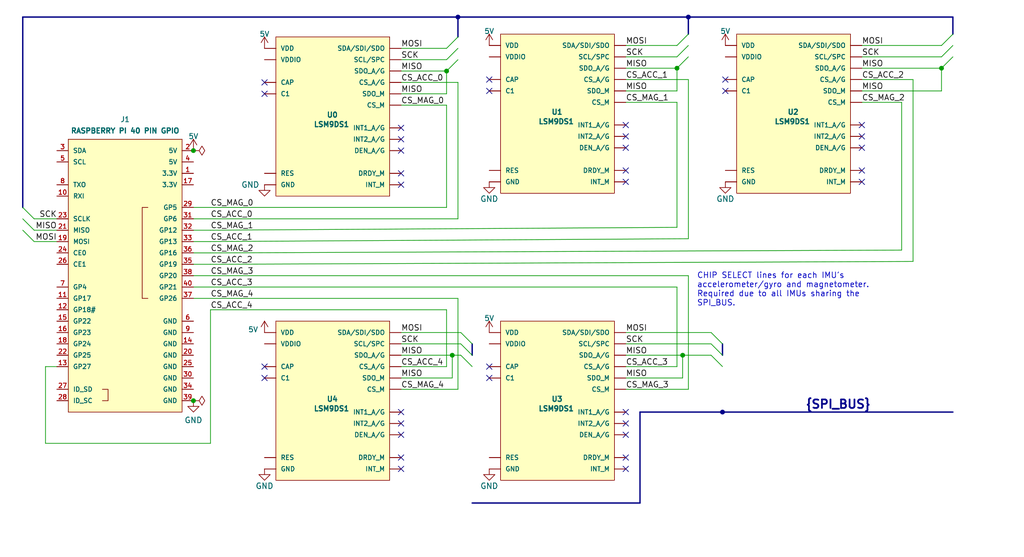
<source format=kicad_sch>
(kicad_sch (version 20210406) (generator eeschema)
  (paper "User" 228.6 124.46)
  (title_block (title "Track-O-Tron 5000") (date "2021-04-05") (rev "0.5.0") (company "EZ-TRAK INC.") (comment 1 "Schematic for IMU sensor wiring to a Raspberry Pi.") (comment 2 "Five IMUs are shown here. ") (comment 3 "Additonal IMUs can be wired up in the same manner."))
  (lib_symbols
    (symbol "SparkFun-Connectors:RASPBERRYPI-40-PIN-GPIO_PTH_NO_SHROUD" (pin_names (offset 1.016))
      (property "Reference" "J" (at -12.7 31.75 0))
      (property "Value" "RASPBERRYPI-40-PIN-GPIO_PTH_NO_SHROUD" (at -12.7 -33.02 0))
      (property "Field4" "XXX-00000" (at 0 34.29 0))
      (symbol "RASPBERRYPI-40-PIN-GPIO_PTH_NO_SHROUD_0_1"
        (polyline (pts (xy -3.81 -5.08) (xy -5.08 -5.08)))
        (polyline (pts (xy -3.81 15.24) (xy -5.08 15.24)))
        (polyline (pts (xy 5.08 -25.4) (xy 3.81 -25.4) (xy 3.81 -27.94) (xy 5.08 -27.94)))
      )
      (symbol "RASPBERRYPI-40-PIN-GPIO_PTH_NO_SHROUD_1_0"
        (polyline (pts (xy -3.81 15.24) (xy -3.81 -5.08)))
      )
      (symbol "RASPBERRYPI-40-PIN-GPIO_PTH_NO_SHROUD_1_1"
        (polyline (pts (xy -12.7 30.48) (xy 12.7 30.48) (xy 12.7 -30.48) (xy -12.7 -30.48) (xy -12.7 30.48)) (fill (type background)))
        (pin power_in line (at -15.24 22.86 0) (length 2.54) (name "3.3V") (number "1"))
        (pin input line (at 15.24 17.78 180) (length 2.54) (name "RXI") (number "10"))
        (pin bidirectional line (at 15.24 -5.08 180) (length 2.54) (name "GP17") (number "11"))
        (pin bidirectional line (at 15.24 -7.62 180) (length 2.54) (name "GP18#") (number "12"))
        (pin bidirectional line (at 15.24 -20.32 180) (length 2.54) (name "GP27") (number "13"))
        (pin power_in line (at -15.24 -15.24 0) (length 2.54) (name "GND") (number "14"))
        (pin bidirectional line (at 15.24 -10.16 180) (length 2.54) (name "GP22") (number "15"))
        (pin bidirectional line (at 15.24 -12.7 180) (length 2.54) (name "GP23") (number "16"))
        (pin power_in line (at -15.24 20.32 0) (length 2.54) (name "3.3V") (number "17"))
        (pin bidirectional line (at 15.24 -15.24 180) (length 2.54) (name "GP24") (number "18"))
        (pin output line (at 15.24 7.62 180) (length 2.54) (name "MOSI") (number "19"))
        (pin power_in line (at -15.24 27.94 0) (length 2.54) (name "5V") (number "2"))
        (pin power_in line (at -15.24 -17.78 0) (length 2.54) (name "GND") (number "20"))
        (pin input line (at 15.24 10.16 180) (length 2.54) (name "MISO") (number "21"))
        (pin bidirectional line (at 15.24 -17.78 180) (length 2.54) (name "GP25") (number "22"))
        (pin output line (at 15.24 12.7 180) (length 2.54) (name "SCLK") (number "23"))
        (pin output line (at 15.24 5.08 180) (length 2.54) (name "CE0") (number "24"))
        (pin power_in line (at -15.24 -20.32 0) (length 2.54) (name "GND") (number "25"))
        (pin output line (at 15.24 2.54 180) (length 2.54) (name "CE1") (number "26"))
        (pin bidirectional line (at 15.24 -25.4 180) (length 2.54) (name "ID_SD") (number "27"))
        (pin bidirectional line (at 15.24 -27.94 180) (length 2.54) (name "ID_SC") (number "28"))
        (pin bidirectional line (at -15.24 15.24 0) (length 2.54) (name "GP5") (number "29"))
        (pin bidirectional line (at 15.24 27.94 180) (length 2.54) (name "SDA") (number "3"))
        (pin power_in line (at -15.24 -22.86 0) (length 2.54) (name "GND") (number "30"))
        (pin bidirectional line (at -15.24 12.7 0) (length 2.54) (name "GP6") (number "31"))
        (pin bidirectional line (at -15.24 10.16 0) (length 2.54) (name "GP12") (number "32"))
        (pin bidirectional line (at -15.24 7.62 0) (length 2.54) (name "GP13") (number "33"))
        (pin power_in line (at -15.24 -25.4 0) (length 2.54) (name "GND") (number "34"))
        (pin bidirectional line (at -15.24 2.54 0) (length 2.54) (name "GP19") (number "35"))
        (pin bidirectional line (at -15.24 5.08 0) (length 2.54) (name "GP16") (number "36"))
        (pin bidirectional line (at -15.24 -5.08 0) (length 2.54) (name "GP26") (number "37"))
        (pin bidirectional line (at -15.24 0 0) (length 2.54) (name "GP20") (number "38"))
        (pin power_in line (at -15.24 -27.94 0) (length 2.54) (name "GND") (number "39"))
        (pin power_in line (at -15.24 25.4 0) (length 2.54) (name "5V") (number "4"))
        (pin bidirectional line (at -15.24 -2.54 0) (length 2.54) (name "GP21") (number "40"))
        (pin bidirectional line (at 15.24 25.4 180) (length 2.54) (name "SCL") (number "5"))
        (pin power_in line (at -15.24 -10.16 0) (length 2.54) (name "GND") (number "6"))
        (pin bidirectional line (at 15.24 -2.54 180) (length 2.54) (name "GP4") (number "7"))
        (pin output line (at 15.24 20.32 180) (length 2.54) (name "TXO") (number "8"))
        (pin power_in line (at -15.24 -12.7 0) (length 2.54) (name "GND") (number "9"))
      )
    )
    (symbol "SparkFun-PowerSymbols:5V" (power) (pin_numbers hide) (pin_names (offset 1.016) hide)
      (property "Value" "5V" (at -1.27 3.81 0))
      (property "Footprint" "XXX-00000" (at 0 7.62 0))
      (symbol "5V_1_0"
        (polyline (pts (xy 0 0) (xy 0 2.54)))
        (polyline (pts (xy 0 2.54) (xy -0.762 1.27)))
        (polyline (pts (xy 0.762 1.27) (xy 0 2.54)))
      )
      (symbol "5V_1_1"
        (pin power_in line (at 0 0 90) (length 0) hide (name "5V") (number "~"))
      )
    )
    (symbol "SparkFun-Sensors:LSM9DS1_2" (pin_numbers hide) (pin_names (offset 1.016))
      (property "Reference" "U" (at -12.7 19.05 0))
      (property "Value" "LSM9DS1" (at -12.7 -20.32 0))
      (property "Field4" "IC-12536" (at 0 21.59 0))
      (symbol "LSM9DS1_2_1_1"
        (polyline (pts (xy -12.7 17.78) (xy -12.7 -17.78) (xy 12.7 -17.78) (xy 12.7 17.78) (xy -12.7 17.78)) (fill (type background)))
        (pin bidirectional line (at -15.24 12.7 0) (length 2.54) (name "VDDIO") (number "1"))
        (pin bidirectional line (at 15.24 -15.24 180) (length 2.54) (name "INT_M") (number "10"))
        (pin bidirectional line (at 15.24 -2.54 180) (length 2.54) (name "INT1_A/G") (number "11"))
        (pin bidirectional line (at 15.24 -5.08 180) (length 2.54) (name "INT2_A/G") (number "12"))
        (pin bidirectional line (at 15.24 -7.62 180) (length 2.54) (name "DEN_A/G") (number "13"))
        (pin bidirectional line (at -15.24 -12.7 0) (length 2.54) (name "RES") (number "14"))
        (pin bidirectional line (at -15.24 -12.7 0) (length 2.54) hide (name "RES") (number "15"))
        (pin bidirectional line (at -15.24 -12.7 0) (length 2.54) hide (name "RES") (number "16"))
        (pin bidirectional line (at -15.24 -12.7 0) (length 2.54) hide (name "RES") (number "17"))
        (pin bidirectional line (at -15.24 -12.7 0) (length 2.54) hide (name "RES") (number "18"))
        (pin passive line (at -15.24 -15.24 0) (length 2.54) (name "GND") (number "19"))
        (pin bidirectional line (at 15.24 12.7 180) (length 2.54) (name "SCL/SPC") (number "2"))
        (pin passive line (at -15.24 -15.24 0) (length 2.54) hide (name "GND") (number "20"))
        (pin bidirectional line (at -15.24 7.62 0) (length 2.54) (name "CAP") (number "21"))
        (pin power_in line (at -15.24 15.24 0) (length 2.54) (name "VDD") (number "22"))
        (pin power_in line (at -15.24 15.24 0) (length 2.54) hide (name "VDD") (number "23"))
        (pin bidirectional line (at -15.24 5.08 0) (length 2.54) (name "C1") (number "24"))
        (pin bidirectional line (at -15.24 12.7 0) (length 2.54) hide (name "VDDIO") (number "3"))
        (pin bidirectional line (at 15.24 15.24 180) (length 2.54) (name "SDA/SDI/SDO") (number "4"))
        (pin bidirectional line (at 15.24 10.16 180) (length 2.54) (name "SDO_A/G") (number "5"))
        (pin bidirectional line (at 15.24 5.08 180) (length 2.54) (name "SDO_M") (number "6"))
        (pin bidirectional line (at 15.24 7.62 180) (length 2.54) (name "CS_A/G") (number "7"))
        (pin bidirectional line (at 15.24 2.54 180) (length 2.54) (name "CS_M") (number "8"))
        (pin bidirectional line (at 15.24 -12.7 180) (length 2.54) (name "DRDY_M") (number "9"))
      )
    )
    (symbol "power:GND" (power) (pin_names (offset 0))
      (property "Value" "GND" (at 0 -3.81 0))
      (symbol "GND_0_1"
        (polyline (pts (xy 0 0) (xy 0 -1.27) (xy 1.27 -1.27) (xy 0 -2.54) (xy -1.27 -1.27) (xy 0 -1.27)))
      )
      (symbol "GND_1_1"
        (pin power_in line (at 0 0 270) (length 0) hide (name "GND") (number "1"))
      )
    )
    (symbol "power:PWR_FLAG" (power) (pin_numbers hide) (pin_names (offset 0) hide)
      (property "Value" "PWR_FLAG" (at 0 3.81 0))
      (symbol "PWR_FLAG_0_0"
        (pin power_out line (at 0 0 90) (length 0) (name "pwr") (number "1"))
      )
      (symbol "PWR_FLAG_0_1"
        (polyline (pts (xy 0 0) (xy 0 1.27) (xy -1.016 1.905) (xy 0 2.54) (xy 1.016 1.905) (xy 0 1.27)))
      )
    )
  )
  (bus_alias "SPI_BUS" (members "MOSI" "SCK" "MISO"))
  (junction (at 43.18 33.655) (diameter 0.9144))
  (junction (at 43.18 89.535) (diameter 0.9144))
  (junction (at 99.695 15.875) (diameter 0.9144))
  (junction (at 100.965 79.375) (diameter 0.9144))
  (junction (at 151.13 15.24) (diameter 0.9144))
  (junction (at 152.4 79.375) (diameter 0.9144))
  (junction (at 210.185 15.24) (diameter 0.9144))
  (junction (at 102.235 3.81) (diameter 0.9144))
  (junction (at 153.67 3.81) (diameter 0.9144))
  (junction (at 161.29 92.075) (diameter 0.9144))
  (no_connect (at 59.055 18.415))
  (no_connect (at 59.055 20.955))
  (no_connect (at 59.055 81.915))
  (no_connect (at 59.055 84.455))
  (no_connect (at 89.535 28.575))
  (no_connect (at 89.535 31.115))
  (no_connect (at 89.535 33.655))
  (no_connect (at 89.535 38.735))
  (no_connect (at 89.535 41.275))
  (no_connect (at 89.535 92.075))
  (no_connect (at 89.535 94.615))
  (no_connect (at 89.535 97.155))
  (no_connect (at 89.535 102.235))
  (no_connect (at 89.535 104.775))
  (no_connect (at 109.22 17.78))
  (no_connect (at 109.22 20.32))
  (no_connect (at 109.22 81.915))
  (no_connect (at 109.22 84.455))
  (no_connect (at 139.7 27.94))
  (no_connect (at 139.7 30.48))
  (no_connect (at 139.7 33.02))
  (no_connect (at 139.7 38.1))
  (no_connect (at 139.7 40.64))
  (no_connect (at 139.7 92.075))
  (no_connect (at 139.7 94.615))
  (no_connect (at 139.7 97.155))
  (no_connect (at 139.7 102.235))
  (no_connect (at 139.7 104.775))
  (no_connect (at 161.925 17.78))
  (no_connect (at 161.925 20.32))
  (no_connect (at 192.405 27.94))
  (no_connect (at 192.405 30.48))
  (no_connect (at 192.405 33.02))
  (no_connect (at 192.405 38.1))
  (no_connect (at 192.405 40.64))
  (bus_entry (at 7.62 48.895) (size -2.54 -2.54) (stroke (width 0.1524)))
  (bus_entry (at 7.62 51.435) (size -2.54 -2.54) (stroke (width 0.1524)))
  (bus_entry (at 7.62 53.975) (size -2.54 -2.54) (stroke (width 0.1524)))
  (bus_entry (at 99.695 10.795) (size 2.54 -2.54) (stroke (width 0.1524)))
  (bus_entry (at 99.695 13.335) (size 2.54 -2.54) (stroke (width 0.1524)))
  (bus_entry (at 99.695 15.875) (size 2.54 -2.54) (stroke (width 0.1524)))
  (bus_entry (at 102.87 74.295) (size 2.54 2.54) (stroke (width 0.1524)))
  (bus_entry (at 102.87 76.835) (size 2.54 2.54) (stroke (width 0.1524)))
  (bus_entry (at 102.87 79.375) (size 2.54 2.54) (stroke (width 0.1524)))
  (bus_entry (at 151.13 10.16) (size 2.54 -2.54) (stroke (width 0.1524)))
  (bus_entry (at 151.13 12.7) (size 2.54 -2.54) (stroke (width 0.1524)))
  (bus_entry (at 151.13 15.24) (size 2.54 -2.54) (stroke (width 0.1524)))
  (bus_entry (at 158.75 74.295) (size 2.54 2.54) (stroke (width 0.1524)))
  (bus_entry (at 158.75 76.835) (size 2.54 2.54) (stroke (width 0.1524)))
  (bus_entry (at 158.75 79.375) (size 2.54 2.54) (stroke (width 0.1524)))
  (bus_entry (at 210.185 10.16) (size 2.54 -2.54) (stroke (width 0.1524)))
  (bus_entry (at 210.185 12.7) (size 2.54 -2.54) (stroke (width 0.1524)))
  (bus_entry (at 210.185 15.24) (size 2.54 -2.54) (stroke (width 0.1524)))
  (wire (pts (xy 10.16 81.915) (xy 12.7 81.915)))
  (wire (pts (xy 10.16 99.06) (xy 10.16 81.915)))
  (wire (pts (xy 12.7 48.895) (xy 7.62 48.895)))
  (wire (pts (xy 12.7 51.435) (xy 7.62 51.435)))
  (wire (pts (xy 12.7 53.975) (xy 7.62 53.975)))
  (wire (pts (xy 43.18 46.355) (xy 99.695 46.355)))
  (wire (pts (xy 43.18 48.895) (xy 102.235 48.895)))
  (wire (pts (xy 43.18 61.595) (xy 153.67 61.595)))
  (wire (pts (xy 43.18 64.135) (xy 151.13 64.135)))
  (wire (pts (xy 46.99 51.435) (xy 43.18 51.435)))
  (wire (pts (xy 46.99 51.435) (xy 151.13 50.8)))
  (wire (pts (xy 46.99 53.975) (xy 43.18 53.975)))
  (wire (pts (xy 46.99 53.975) (xy 153.67 53.34)))
  (wire (pts (xy 46.99 56.515) (xy 43.18 56.515)))
  (wire (pts (xy 46.99 56.515) (xy 201.295 55.88)))
  (wire (pts (xy 46.99 59.055) (xy 43.18 59.055)))
  (wire (pts (xy 46.99 59.055) (xy 203.835 58.42)))
  (wire (pts (xy 46.99 69.215) (xy 46.99 99.06)))
  (wire (pts (xy 46.99 99.06) (xy 10.16 99.06)))
  (wire (pts (xy 89.535 10.795) (xy 99.695 10.795)))
  (wire (pts (xy 89.535 13.335) (xy 99.695 13.335)))
  (wire (pts (xy 89.535 15.875) (xy 99.695 15.875)))
  (wire (pts (xy 89.535 18.415) (xy 102.235 18.415)))
  (wire (pts (xy 89.535 20.955) (xy 99.695 20.955)))
  (wire (pts (xy 89.535 23.495) (xy 99.695 23.495)))
  (wire (pts (xy 89.535 74.295) (xy 102.87 74.295)))
  (wire (pts (xy 89.535 76.835) (xy 102.87 76.835)))
  (wire (pts (xy 89.535 79.375) (xy 100.965 79.375)))
  (wire (pts (xy 89.535 81.915) (xy 99.695 81.915)) (stroke (width 0.1524)))
  (wire (pts (xy 89.535 84.455) (xy 100.965 84.455)))
  (wire (pts (xy 89.535 86.995) (xy 102.235 86.995)) (stroke (width 0.1524)))
  (wire (pts (xy 99.695 20.955) (xy 99.695 15.875)) (stroke (width 0.1524)))
  (wire (pts (xy 99.695 23.495) (xy 99.695 46.355)))
  (wire (pts (xy 99.695 69.215) (xy 46.99 69.215)))
  (wire (pts (xy 99.695 69.215) (xy 99.695 81.915)))
  (wire (pts (xy 100.965 79.375) (xy 102.87 79.375)))
  (wire (pts (xy 100.965 84.455) (xy 100.965 79.375)))
  (wire (pts (xy 102.235 18.415) (xy 102.235 48.895)))
  (wire (pts (xy 102.235 66.675) (xy 43.18 66.675)))
  (wire (pts (xy 102.235 66.675) (xy 102.235 86.995)))
  (wire (pts (xy 139.7 10.16) (xy 151.13 10.16)))
  (wire (pts (xy 139.7 12.7) (xy 151.13 12.7)))
  (wire (pts (xy 139.7 15.24) (xy 151.13 15.24)))
  (wire (pts (xy 139.7 17.78) (xy 153.67 17.78)))
  (wire (pts (xy 139.7 20.32) (xy 151.13 20.32)))
  (wire (pts (xy 139.7 22.86) (xy 151.13 22.86)))
  (wire (pts (xy 139.7 74.295) (xy 158.75 74.295)))
  (wire (pts (xy 139.7 76.835) (xy 158.75 76.835)))
  (wire (pts (xy 139.7 79.375) (xy 152.4 79.375)))
  (wire (pts (xy 139.7 81.915) (xy 151.13 81.915)) (stroke (width 0.1524)))
  (wire (pts (xy 139.7 84.455) (xy 152.4 84.455)))
  (wire (pts (xy 139.7 86.995) (xy 153.67 86.995)) (stroke (width 0.1524)))
  (wire (pts (xy 151.13 20.32) (xy 151.13 15.24)) (stroke (width 0.1524)))
  (wire (pts (xy 151.13 22.86) (xy 151.13 50.8)))
  (wire (pts (xy 151.13 81.915) (xy 151.13 64.135)))
  (wire (pts (xy 152.4 79.375) (xy 158.75 79.375)))
  (wire (pts (xy 152.4 84.455) (xy 152.4 79.375)))
  (wire (pts (xy 153.67 17.78) (xy 153.67 53.34)))
  (wire (pts (xy 153.67 86.995) (xy 153.67 61.595)))
  (wire (pts (xy 192.405 10.16) (xy 210.185 10.16)))
  (wire (pts (xy 192.405 12.7) (xy 210.185 12.7)))
  (wire (pts (xy 192.405 15.24) (xy 210.185 15.24)))
  (wire (pts (xy 192.405 17.78) (xy 203.835 17.78)))
  (wire (pts (xy 192.405 20.32) (xy 210.185 20.32)))
  (wire (pts (xy 192.405 22.86) (xy 201.295 22.86)))
  (wire (pts (xy 201.295 22.86) (xy 201.295 55.88)))
  (wire (pts (xy 203.835 17.78) (xy 203.835 58.42)))
  (wire (pts (xy 210.185 20.32) (xy 210.185 15.24)) (stroke (width 0.1524)))
  (bus (pts (xy 5.08 3.81) (xy 5.08 51.435)))
  (bus (pts (xy 102.235 3.81) (xy 5.08 3.81)))
  (bus (pts (xy 102.235 3.81) (xy 102.235 13.335)))
  (bus (pts (xy 102.235 3.81) (xy 153.67 3.81)))
  (bus (pts (xy 105.41 76.835) (xy 105.41 112.395)))
  (bus (pts (xy 105.41 112.395) (xy 142.875 112.395)))
  (bus (pts (xy 142.875 92.075) (xy 142.875 112.395)))
  (bus (pts (xy 142.875 92.075) (xy 161.29 92.075)))
  (bus (pts (xy 153.67 3.81) (xy 153.67 12.7)))
  (bus (pts (xy 153.67 3.81) (xy 212.725 3.81)))
  (bus (pts (xy 161.29 76.835) (xy 161.29 92.075)))
  (bus (pts (xy 212.725 3.81) (xy 212.725 92.075)))
  (bus (pts (xy 212.725 92.075) (xy 161.29 92.075)))
  (text "CHIP SELECT lines for each IMU's\naccelerometer/gyro and magnetometer.\nRequired due to all IMUs sharing the\nSPI_BUS." (at 155.575 68.58 0) (effects (font (size 1.27 1.27)) (justify left bottom)))
  (label "SCK" (at 12.7 48.895 180))
  (label "MISO" (at 12.7 51.435 180))
  (label "MOSI" (at 12.7 53.975 180))
  (label "CS_MAG_0" (at 46.99 46.355 0))
  (label "CS_ACC_0" (at 46.99 48.895 0))
  (label "CS_MAG_1" (at 46.99 51.435 0))
  (label "CS_ACC_1" (at 46.99 53.975 0))
  (label "CS_MAG_2" (at 46.99 56.515 0))
  (label "CS_ACC_2" (at 46.99 59.055 0))
  (label "CS_MAG_3" (at 46.99 61.595 0))
  (label "CS_ACC_3" (at 46.99 64.135 0))
  (label "CS_MAG_4" (at 46.99 66.675 0))
  (label "CS_ACC_4" (at 46.99 69.215 0))
  (label "MOSI" (at 89.535 10.795 0))
  (label "SCK" (at 89.535 13.335 0))
  (label "MISO" (at 89.535 15.875 0))
  (label "CS_ACC_0" (at 89.535 18.415 0))
  (label "MISO" (at 89.535 20.955 0))
  (label "CS_MAG_0" (at 89.535 23.495 0))
  (label "MOSI" (at 89.535 74.295 0))
  (label "SCK" (at 89.535 76.835 0))
  (label "MISO" (at 89.535 79.375 0))
  (label "CS_ACC_4" (at 89.535 81.915 0))
  (label "MISO" (at 89.535 84.455 0))
  (label "CS_MAG_4" (at 89.535 86.995 0))
  (label "MOSI" (at 139.7 10.16 0))
  (label "SCK" (at 139.7 12.7 0))
  (label "MISO" (at 139.7 15.24 0))
  (label "CS_ACC_1" (at 139.7 17.78 0))
  (label "MISO" (at 139.7 20.32 0))
  (label "CS_MAG_1" (at 139.7 22.86 0))
  (label "MOSI" (at 139.7 74.295 0))
  (label "SCK" (at 139.7 76.835 0))
  (label "MISO" (at 139.7 79.375 0))
  (label "CS_ACC_3" (at 139.7 81.915 0))
  (label "MISO" (at 139.7 84.455 0))
  (label "CS_MAG_3" (at 139.7 86.995 0))
  (label "{SPI_BUS}" (at 179.705 92.075 0) (effects (font (size 1.905 1.905) (thickness 0.381) bold)))
  (label "MOSI" (at 192.405 10.16 0))
  (label "SCK" (at 192.405 12.7 0))
  (label "MISO" (at 192.405 15.24 0))
  (label "CS_ACC_2" (at 192.405 17.78 0))
  (label "MISO" (at 192.405 20.32 0))
  (label "CS_MAG_2" (at 192.405 22.86 0))
  (symbol (lib_id "SparkFun-PowerSymbols:5V") (at 43.18 33.655 0) (unit 1)
    (property "Reference" "#SUPPLY0101" (effects hide))
    (property "Value" "5V" (at 43.18 31.115 0) (effects (font (size 1.143 1.143)) (justify bottom)))
    (property "Footprint" "XXX-00000" (effects hide))
  )
  (symbol (lib_id "SparkFun-PowerSymbols:5V") (at 59.055 10.795 0) (unit 1)
    (property "Reference" "#SUPPLY0102" (effects hide))
    (property "Value" "5V" (at 59.055 8.255 0) (effects (font (size 1.143 1.143)) (justify bottom)))
    (property "Footprint" "XXX-00000" (effects hide))
  )
  (symbol (lib_id "SparkFun-PowerSymbols:5V") (at 59.055 74.295 0) (unit 1)
    (property "Reference" "#SUPPLY0103" (effects hide))
    (property "Value" "5V" (at 56.515 74.295 0) (effects (font (size 1.143 1.143)) (justify bottom)))
    (property "Footprint" "XXX-00000" (effects hide))
  )
  (symbol (lib_id "SparkFun-PowerSymbols:5V") (at 109.22 10.16 0) (unit 1)
    (property "Reference" "#SUPPLY0105" (effects hide))
    (property "Value" "5V" (at 109.22 7.62 0) (effects (font (size 1.143 1.143)) (justify bottom)))
    (property "Footprint" "XXX-00000" (effects hide))
  )
  (symbol (lib_id "SparkFun-PowerSymbols:5V") (at 109.22 74.295 0) (unit 1)
    (property "Reference" "#SUPPLY0106" (effects hide))
    (property "Value" "5V" (at 109.22 71.755 0) (effects (font (size 1.143 1.143)) (justify bottom)))
    (property "Footprint" "XXX-00000" (effects hide))
  )
  (symbol (lib_id "SparkFun-PowerSymbols:5V") (at 161.925 10.16 0) (unit 1)
    (property "Reference" "#SUPPLY0104" (effects hide))
    (property "Value" "5V" (at 161.925 7.62 0) (effects (font (size 1.143 1.143)) (justify bottom)))
    (property "Footprint" "XXX-00000" (effects hide))
  )
  (symbol (lib_id "power:PWR_FLAG") (at 43.18 33.655 270) (unit 1)
    (property "Reference" "#FLG00" (effects hide))
    (property "Value" "PWR_FLAG" (effects hide))
  )
  (symbol (lib_id "power:PWR_FLAG") (at 43.18 89.535 270) (unit 1)
    (property "Reference" "#FLG01" (effects hide))
    (property "Value" "PWR_FLAG" (effects hide))
  )
  (symbol (lib_id "power:GND") (at 43.18 89.535 0) (unit 1)
    (property "Reference" "#PWR02" (effects hide))
    (property "Value" "GND" (at 43.18 94.615 0) (effects (justify bottom)))
  )
  (symbol (lib_id "power:GND") (at 59.055 41.275 0) (unit 1)
    (property "Reference" "#PWR0101" (effects hide))
    (property "Value" "GND" (at 55.88 41.275 0))
  )
  (symbol (lib_id "power:GND") (at 59.055 104.775 0) (unit 1)
    (property "Reference" "#PWR0103" (effects hide))
    (property "Value" "GND" (at 59.055 108.585 0))
  )
  (symbol (lib_id "power:GND") (at 109.22 40.64 0) (unit 1)
    (property "Reference" "#PWR0105" (effects hide))
    (property "Value" "GND" (at 109.22 44.45 0))
  )
  (symbol (lib_id "power:GND") (at 109.22 104.775 0) (unit 1)
    (property "Reference" "#PWR0102" (effects hide))
    (property "Value" "GND" (at 109.22 108.585 0))
  )
  (symbol (lib_id "power:GND") (at 161.925 40.64 0) (unit 1)
    (property "Reference" "#PWR0104" (effects hide))
    (property "Value" "GND" (at 161.925 44.45 0))
  )
  (symbol (lib_name "SparkFun-Sensors:LSM9DS1_2") (lib_id "SparkFun-Sensors:LSM9DS1") (at 74.295 26.035 0) (unit 1)
    (property "Reference" "U0" (at 75.565 26.416 0) (effects (font (size 1.143 1.143) bold) (justify right bottom)))
    (property "Value" "LSM9DS1" (at 78.105 28.5496 0) (effects (font (size 1.143 1.143) bold) (justify right bottom)))
    (property "Footprint" "LGA-24-3.5X3" (effects hide))
    (property "Field4" "IC-12536" (effects hide))
  )
  (symbol (lib_name "SparkFun-Sensors:LSM9DS1_2") (lib_id "SparkFun-Sensors:LSM9DS1") (at 74.295 89.535 0) (unit 1)
    (property "Reference" "U4" (at 75.565 89.916 0) (effects (font (size 1.143 1.143) bold) (justify right bottom)))
    (property "Value" "LSM9DS1" (at 78.105 92.0496 0) (effects (font (size 1.143 1.143) bold) (justify right bottom)))
    (property "Footprint" "LGA-24-3.5X3" (effects hide))
    (property "Field4" "IC-12536" (effects hide))
  )
  (symbol (lib_name "SparkFun-Sensors:LSM9DS1_2") (lib_id "SparkFun-Sensors:LSM9DS1") (at 124.46 25.4 0) (unit 1)
    (property "Reference" "U1" (at 125.73 25.781 0) (effects (font (size 1.143 1.143) bold) (justify right bottom)))
    (property "Value" "LSM9DS1" (at 128.27 27.9146 0) (effects (font (size 1.143 1.143) bold) (justify right bottom)))
    (property "Footprint" "LGA-24-3.5X3" (effects hide))
    (property "Field4" "IC-12536" (effects hide))
  )
  (symbol (lib_name "SparkFun-Sensors:LSM9DS1_2") (lib_id "SparkFun-Sensors:LSM9DS1") (at 124.46 89.535 0) (unit 1)
    (property "Reference" "U3" (at 125.73 89.916 0) (effects (font (size 1.143 1.143) bold) (justify right bottom)))
    (property "Value" "LSM9DS1" (at 128.27 92.0496 0) (effects (font (size 1.143 1.143) bold) (justify right bottom)))
    (property "Footprint" "LGA-24-3.5X3" (effects hide))
    (property "Field4" "IC-12536" (effects hide))
  )
  (symbol (lib_name "SparkFun-Sensors:LSM9DS1_2") (lib_id "SparkFun-Sensors:LSM9DS1") (at 177.165 25.4 0) (unit 1)
    (property "Reference" "U2" (at 178.435 25.781 0) (effects (font (size 1.143 1.143) bold) (justify right bottom)))
    (property "Value" "LSM9DS1" (at 180.975 27.9146 0) (effects (font (size 1.143 1.143) bold) (justify right bottom)))
    (property "Footprint" "LGA-24-3.5X3" (effects hide))
    (property "Field4" "IC-12536" (effects hide))
  )
  (symbol (lib_id "SparkFun-Connectors:RASPBERRYPI-40-PIN-GPIO_PTH_NO_SHROUD") (at 27.94 61.595 0) (mirror y) (unit 1)
    (property "Reference" "J1" (at 27.94 26.67 0) (effects (font (size 1.143 1.143))))
    (property "Value" "RASPBERRY PI 40 PIN GPIO" (at 27.94 29.21 0) (effects (font (size 1.143 1.143) bold)))
    (property "Footprint" "SparkFun-Connectors:2X20" (effects hide))
    (property "Field4" "XXX-00000" (effects hide))
  )
)
</source>
